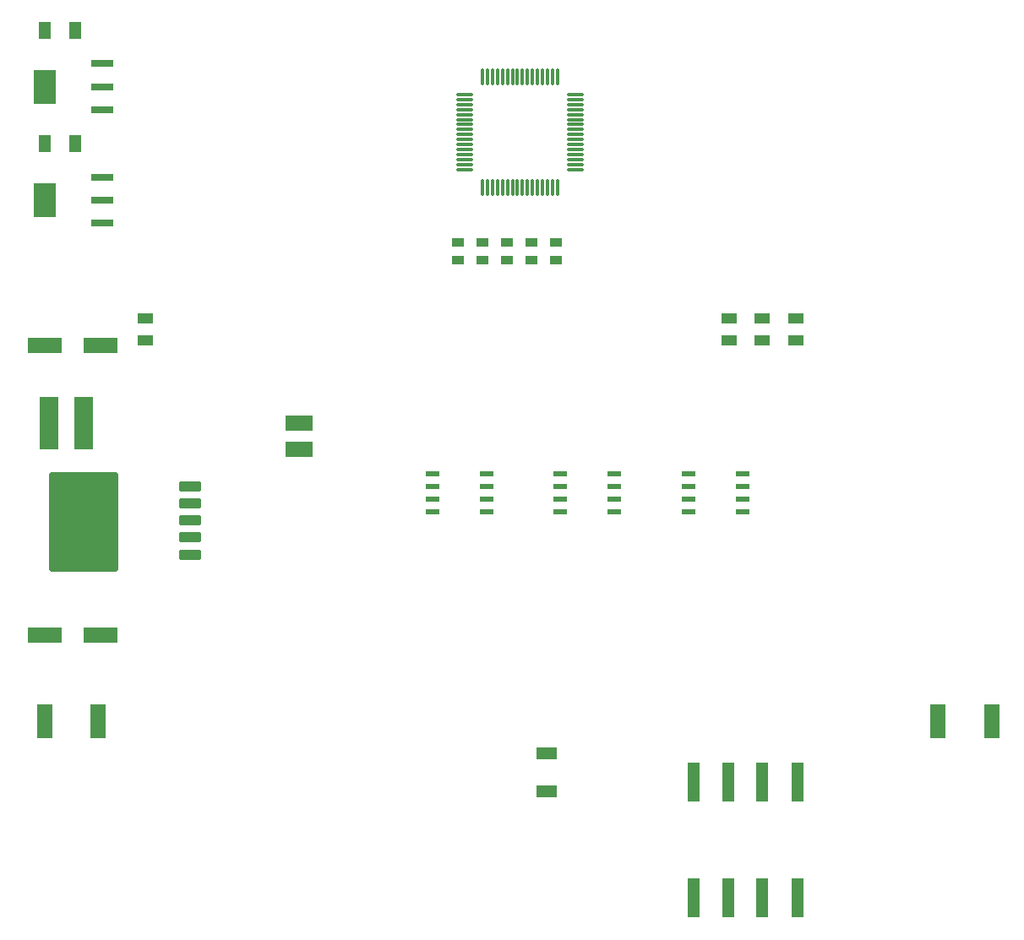
<source format=gtp>
G04 Layer_Color=8421504*
%FSTAX24Y24*%
%MOIN*%
G70*
G01*
G75*
%ADD11R,0.1063X0.0610*%
%ADD12R,0.0610X0.0394*%
%ADD13R,0.0787X0.0492*%
%ADD14R,0.0630X0.1378*%
%ADD15R,0.1378X0.0630*%
%ADD16R,0.0472X0.0354*%
%ADD17R,0.0885X0.0291*%
%ADD18R,0.0885X0.1319*%
%ADD19R,0.0472X0.0709*%
%ADD20R,0.0472X0.1575*%
%ADD21R,0.0571X0.0236*%
%ADD22R,0.0748X0.2087*%
G04:AMPARAMS|DCode=23|XSize=275.2mil|YSize=393.7mil|CornerRadius=13.8mil|HoleSize=0mil|Usage=FLASHONLY|Rotation=180.000|XOffset=0mil|YOffset=0mil|HoleType=Round|Shape=RoundedRectangle|*
%AMROUNDEDRECTD23*
21,1,0.2752,0.3662,0,0,180.0*
21,1,0.2477,0.3937,0,0,180.0*
1,1,0.0275,-0.1238,0.1831*
1,1,0.0275,0.1238,0.1831*
1,1,0.0275,0.1238,-0.1831*
1,1,0.0275,-0.1238,-0.1831*
%
%ADD23ROUNDEDRECTD23*%
G04:AMPARAMS|DCode=24|XSize=85mil|YSize=42.1mil|CornerRadius=4.2mil|HoleSize=0mil|Usage=FLASHONLY|Rotation=0.000|XOffset=0mil|YOffset=0mil|HoleType=Round|Shape=RoundedRectangle|*
%AMROUNDEDRECTD24*
21,1,0.0850,0.0337,0,0,0.0*
21,1,0.0766,0.0421,0,0,0.0*
1,1,0.0084,0.0383,-0.0169*
1,1,0.0084,-0.0383,-0.0169*
1,1,0.0084,-0.0383,0.0169*
1,1,0.0084,0.0383,0.0169*
%
%ADD24ROUNDEDRECTD24*%
%ADD25O,0.0118X0.0709*%
%ADD26O,0.0709X0.0118*%
D11*
X032362Y025352D02*
D03*
Y026396D02*
D03*
D12*
X049311Y030539D02*
D03*
Y029673D02*
D03*
X051949D02*
D03*
Y030539D02*
D03*
X05063Y029673D02*
D03*
Y030539D02*
D03*
X02628Y029673D02*
D03*
Y030539D02*
D03*
D13*
X042114Y011868D02*
D03*
Y013344D02*
D03*
D14*
X024429Y01464D02*
D03*
X022303D02*
D03*
X059673D02*
D03*
X057547D02*
D03*
D15*
X022303Y01802D02*
D03*
X024508D02*
D03*
Y029476D02*
D03*
X022303D02*
D03*
D16*
X0425Y033512D02*
D03*
Y032843D02*
D03*
X041526Y033512D02*
D03*
Y032843D02*
D03*
X040551Y033512D02*
D03*
Y032843D02*
D03*
X039577Y033512D02*
D03*
Y032843D02*
D03*
X038602Y033512D02*
D03*
Y032843D02*
D03*
D17*
X024595Y03428D02*
D03*
Y036091D02*
D03*
Y035185D02*
D03*
Y038768D02*
D03*
Y040579D02*
D03*
Y039673D02*
D03*
D18*
X022331Y035185D02*
D03*
Y039673D02*
D03*
D19*
X023512Y037429D02*
D03*
X022331D02*
D03*
X023512Y041878D02*
D03*
X022331D02*
D03*
D20*
X047913Y012232D02*
D03*
Y007665D02*
D03*
X049291D02*
D03*
Y012232D02*
D03*
X05063D02*
D03*
Y007665D02*
D03*
X052008D02*
D03*
Y012232D02*
D03*
D21*
X037608Y024386D02*
D03*
Y023886D02*
D03*
Y023386D02*
D03*
Y022886D02*
D03*
X039754Y024386D02*
D03*
Y023886D02*
D03*
Y023386D02*
D03*
Y022886D02*
D03*
X04265Y024386D02*
D03*
Y023886D02*
D03*
Y023386D02*
D03*
Y022886D02*
D03*
X044795Y024386D02*
D03*
Y023886D02*
D03*
Y023386D02*
D03*
Y022886D02*
D03*
X047715Y024386D02*
D03*
Y023886D02*
D03*
Y023386D02*
D03*
Y022886D02*
D03*
X04986Y024386D02*
D03*
Y023886D02*
D03*
Y023386D02*
D03*
Y022886D02*
D03*
D22*
X023839Y026406D02*
D03*
X0225D02*
D03*
D23*
X023839Y022508D02*
D03*
D24*
X028051Y023886D02*
D03*
Y023217D02*
D03*
Y022547D02*
D03*
Y021878D02*
D03*
Y021209D02*
D03*
D25*
X039587Y040067D02*
D03*
X039783D02*
D03*
X03998D02*
D03*
X040177D02*
D03*
X040374D02*
D03*
X040571D02*
D03*
X040768D02*
D03*
X040965D02*
D03*
X041161D02*
D03*
X041358D02*
D03*
X041555D02*
D03*
X041752D02*
D03*
X041949D02*
D03*
X042146D02*
D03*
X042343D02*
D03*
X042539D02*
D03*
Y035697D02*
D03*
X042343D02*
D03*
X042146D02*
D03*
X041949D02*
D03*
X041752D02*
D03*
X041555D02*
D03*
X041358D02*
D03*
X041161D02*
D03*
X040965D02*
D03*
X040768D02*
D03*
X040571D02*
D03*
X040374D02*
D03*
X040177D02*
D03*
X03998D02*
D03*
X039783D02*
D03*
X039587D02*
D03*
D26*
X043248Y039358D02*
D03*
Y039161D02*
D03*
Y038965D02*
D03*
Y038768D02*
D03*
Y038571D02*
D03*
Y038374D02*
D03*
Y038177D02*
D03*
Y03798D02*
D03*
Y037783D02*
D03*
Y037587D02*
D03*
Y03739D02*
D03*
Y037193D02*
D03*
Y036996D02*
D03*
Y036799D02*
D03*
Y036602D02*
D03*
Y036406D02*
D03*
X038878D02*
D03*
Y036602D02*
D03*
Y036799D02*
D03*
Y036996D02*
D03*
Y037193D02*
D03*
Y03739D02*
D03*
Y037587D02*
D03*
Y037783D02*
D03*
Y03798D02*
D03*
Y038177D02*
D03*
Y038374D02*
D03*
Y038571D02*
D03*
Y038768D02*
D03*
Y038965D02*
D03*
Y039161D02*
D03*
Y039358D02*
D03*
M02*

</source>
